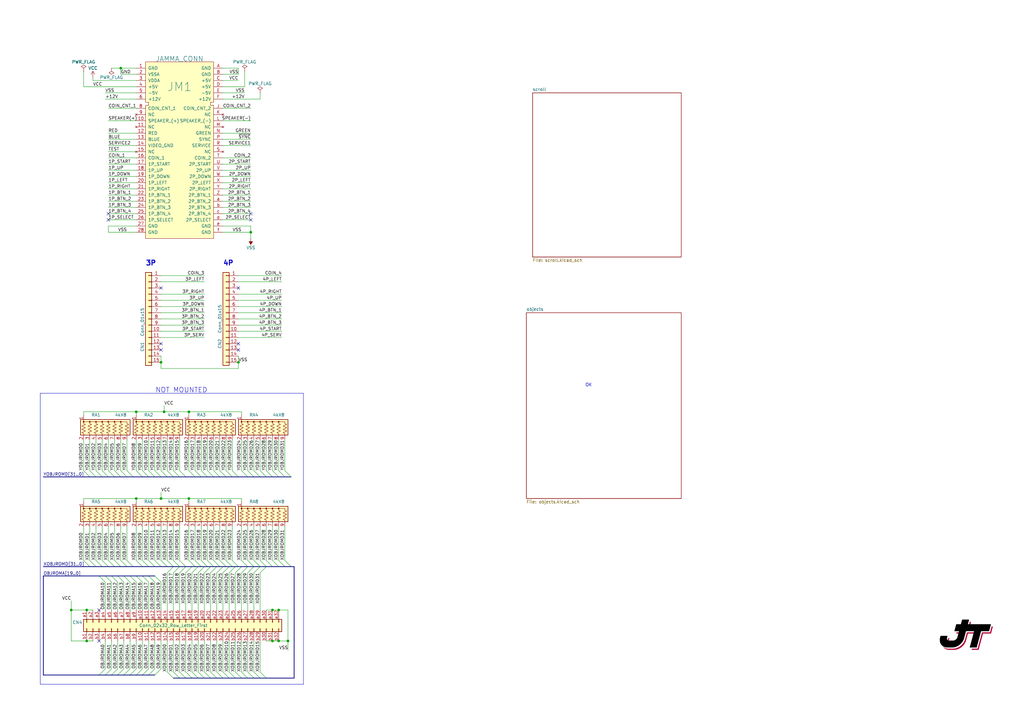
<source format=kicad_sch>
(kicad_sch (version 20230121) (generator eeschema)
  (paper "A3")
  (title_block (title "Vendetta") (date "2023-08-09") (rev "José Tejada G.") (company "KONAMI PWB352292A") (comment 1 "Esperanza Triana") (comment 2 "www.patreon.com/jotego") (comment 3 "JOTEGO"))
  (lib_symbols
    (symbol "Connector_Generic:Conn_01x15" (pin_names (offset 1.016) hide)
      (property "Reference" "J" (at 0 20.32 0))
      (property "Value" "Conn_01x15" (at 0 -20.32 0))
      (symbol "Conn_01x15_1_1"
        (pin passive line (at -5.08 17.78 0) (length 3.81) (name "Pin_1") (number "1"))
        (pin passive line (at -5.08 -5.08 0) (length 3.81) (name "Pin_10") (number "10"))
        (pin passive line (at -5.08 -7.62 0) (length 3.81) (name "Pin_11") (number "11"))
        (pin passive line (at -5.08 -10.16 0) (length 3.81) (name "Pin_12") (number "12"))
        (pin passive line (at -5.08 -12.7 0) (length 3.81) (name "Pin_13") (number "13"))
        (pin passive line (at -5.08 -15.24 0) (length 3.81) (name "Pin_14") (number "14"))
        (pin passive line (at -5.08 -17.78 0) (length 3.81) (name "Pin_15") (number "15"))
        (pin passive line (at -5.08 15.24 0) (length 3.81) (name "Pin_2") (number "2"))
        (pin passive line (at -5.08 12.7 0) (length 3.81) (name "Pin_3") (number "3"))
        (pin passive line (at -5.08 10.16 0) (length 3.81) (name "Pin_4") (number "4"))
        (pin passive line (at -5.08 7.62 0) (length 3.81) (name "Pin_5") (number "5"))
        (pin passive line (at -5.08 5.08 0) (length 3.81) (name "Pin_6") (number "6"))
        (pin passive line (at -5.08 2.54 0) (length 3.81) (name "Pin_7") (number "7"))
        (pin passive line (at -5.08 0 0) (length 3.81) (name "Pin_8") (number "8"))
        (pin passive line (at -5.08 -2.54 0) (length 3.81) (name "Pin_9") (number "9"))
      )
    )
    (symbol "Connector_Generic:Conn_02x32_Row_Letter_First" (pin_names (offset 1.016) hide)
      (property "Reference" "J" (at 1.27 40.64 0))
      (property "Value" "Conn_02x32_Row_Letter_First" (at 1.27 -43.18 0))
      (symbol "Conn_02x32_Row_Letter_First_1_1"
        (pin passive line (at -5.08 38.1 0) (length 3.81) (name "Pin_a1") (number "a1"))
        (pin passive line (at -5.08 15.24 0) (length 3.81) (name "Pin_a10") (number "a10"))
        (pin passive line (at -5.08 12.7 0) (length 3.81) (name "Pin_a11") (number "a11"))
        (pin passive line (at -5.08 10.16 0) (length 3.81) (name "Pin_a12") (number "a12"))
        (pin passive line (at -5.08 7.62 0) (length 3.81) (name "Pin_a13") (number "a13"))
        (pin passive line (at -5.08 5.08 0) (length 3.81) (name "Pin_a14") (number "a14"))
        (pin passive line (at -5.08 2.54 0) (length 3.81) (name "Pin_a15") (number "a15"))
        (pin passive line (at -5.08 0 0) (length 3.81) (name "Pin_a16") (number "a16"))
        (pin passive line (at -5.08 -2.54 0) (length 3.81) (name "Pin_a17") (number "a17"))
        (pin passive line (at -5.08 -5.08 0) (length 3.81) (name "Pin_a18") (number "a18"))
        (pin passive line (at -5.08 -7.62 0) (length 3.81) (name "Pin_a19") (number "a19"))
        (pin passive line (at -5.08 35.56 0) (length 3.81) (name "Pin_a2") (number "a2"))
        (pin passive line (at -5.08 -10.16 0) (length 3.81) (name "Pin_a20") (number "a20"))
        (pin passive line (at -5.08 -12.7 0) (length 3.81) (name "Pin_a21") (number "a21"))
        (pin passive line (at -5.08 -15.24 0) (length 3.81) (name "Pin_a22") (number "a22"))
        (pin passive line (at -5.08 -17.78 0) (length 3.81) (name "Pin_a23") (number "a23"))
        (pin passive line (at -5.08 -20.32 0) (length 3.81) (name "Pin_a24") (number "a24"))
        (pin passive line (at -5.08 -22.86 0) (length 3.81) (name "Pin_a25") (number "a25"))
        (pin passive line (at -5.08 -25.4 0) (length 3.81) (name "Pin_a26") (number "a26"))
        (pin passive line (at -5.08 -27.94 0) (length 3.81) (name "Pin_a27") (number "a27"))
        (pin passive line (at -5.08 -30.48 0) (length 3.81) (name "Pin_a28") (number "a28"))
        (pin passive line (at -5.08 -33.02 0) (length 3.81) (name "Pin_a29") (number "a29"))
        (pin passive line (at -5.08 33.02 0) (length 3.81) (name "Pin_a3") (number "a3"))
        (pin passive line (at -5.08 -35.56 0) (length 3.81) (name "Pin_a30") (number "a30"))
        (pin passive line (at -5.08 -38.1 0) (length 3.81) (name "Pin_a31") (number "a31"))
        (pin passive line (at -5.08 -40.64 0) (length 3.81) (name "Pin_a32") (number "a32"))
        (pin passive line (at -5.08 30.48 0) (length 3.81) (name "Pin_a4") (number "a4"))
        (pin passive line (at -5.08 27.94 0) (length 3.81) (name "Pin_a5") (number "a5"))
        (pin passive line (at -5.08 25.4 0) (length 3.81) (name "Pin_a6") (number "a6"))
        (pin passive line (at -5.08 22.86 0) (length 3.81) (name "Pin_a7") (number "a7"))
        (pin passive line (at -5.08 20.32 0) (length 3.81) (name "Pin_a8") (number "a8"))
        (pin passive line (at -5.08 17.78 0) (length 3.81) (name "Pin_a9") (number "a9"))
        (pin passive line (at 7.62 38.1 180) (length 3.81) (name "Pin_b1") (number "b1"))
        (pin passive line (at 7.62 15.24 180) (length 3.81) (name "Pin_b10") (number "b10"))
        (pin passive line (at 7.62 12.7 180) (length 3.81) (name "Pin_b11") (number "b11"))
        (pin passive line (at 7.62 10.16 180) (length 3.81) (name "Pin_b12") (number "b12"))
        (pin passive line (at 7.62 7.62 180) (length 3.81) (name "Pin_b13") (number "b13"))
        (pin passive line (at 7.62 5.08 180) (length 3.81) (name "Pin_b14") (number "b14"))
        (pin passive line (at 7.62 2.54 180) (length 3.81) (name "Pin_b15") (number "b15"))
        (pin passive line (at 7.62 0 180) (length 3.81) (name "Pin_b16") (number "b16"))
        (pin passive line (at 7.62 -2.54 180) (length 3.81) (name "Pin_b17") (number "b17"))
        (pin passive line (at 7.62 -5.08 180) (length 3.81) (name "Pin_b18") (number "b18"))
        (pin passive line (at 7.62 -7.62 180) (length 3.81) (name "Pin_b19") (number "b19"))
        (pin passive line (at 7.62 35.56 180) (length 3.81) (name "Pin_b2") (number "b2"))
        (pin passive line (at 7.62 -10.16 180) (length 3.81) (name "Pin_b20") (number "b20"))
        (pin passive line (at 7.62 -12.7 180) (length 3.81) (name "Pin_b21") (number "b21"))
        (pin passive line (at 7.62 -15.24 180) (length 3.81) (name "Pin_b22") (number "b22"))
        (pin passive line (at 7.62 -17.78 180) (length 3.81) (name "Pin_b23") (number "b23"))
        (pin passive line (at 7.62 -20.32 180) (length 3.81) (name "Pin_b24") (number "b24"))
        (pin passive line (at 7.62 -22.86 180) (length 3.81) (name "Pin_b25") (number "b25"))
        (pin passive line (at 7.62 -25.4 180) (length 3.81) (name "Pin_b26") (number "b26"))
        (pin passive line (at 7.62 -27.94 180) (length 3.81) (name "Pin_b27") (number "b27"))
        (pin passive line (at 7.62 -30.48 180) (length 3.81) (name "Pin_b28") (number "b28"))
        (pin passive line (at 7.62 -33.02 180) (length 3.81) (name "Pin_b29") (number "b29"))
        (pin passive line (at 7.62 33.02 180) (length 3.81) (name "Pin_b3") (number "b3"))
        (pin passive line (at 7.62 -35.56 180) (length 3.81) (name "Pin_b30") (number "b30"))
        (pin passive line (at 7.62 -38.1 180) (length 3.81) (name "Pin_b31") (number "b31"))
        (pin passive line (at 7.62 -40.64 180) (length 3.81) (name "Pin_b32") (number "b32"))
        (pin passive line (at 7.62 30.48 180) (length 3.81) (name "Pin_b4") (number "b4"))
        (pin passive line (at 7.62 27.94 180) (length 3.81) (name "Pin_b5") (number "b5"))
        (pin passive line (at 7.62 25.4 180) (length 3.81) (name "Pin_b6") (number "b6"))
        (pin passive line (at 7.62 22.86 180) (length 3.81) (name "Pin_b7") (number "b7"))
        (pin passive line (at 7.62 20.32 180) (length 3.81) (name "Pin_b8") (number "b8"))
        (pin passive line (at 7.62 17.78 180) (length 3.81) (name "Pin_b9") (number "b9"))
      )
    )
    (symbol "Device:R_Network08_US" (pin_names (offset 0) hide)
      (property "Reference" "RN" (at -12.7 0 90))
      (property "Value" "R_Network08_US" (at 10.16 0 90))
      (symbol "R_Network08_US_1_1"
        (pin passive line (at -10.16 5.08 270) (length 2.54) (name "common") (number "1"))
        (pin passive line (at -10.16 -5.08 90) (length 1.27) (name "R1") (number "2"))
        (pin passive line (at -7.62 -5.08 90) (length 1.27) (name "R2") (number "3"))
        (pin passive line (at -5.08 -5.08 90) (length 1.27) (name "R3") (number "4"))
        (pin passive line (at -2.54 -5.08 90) (length 1.27) (name "R4") (number "5"))
        (pin passive line (at 0 -5.08 90) (length 1.27) (name "R5") (number "6"))
        (pin passive line (at 2.54 -5.08 90) (length 1.27) (name "R6") (number "7"))
        (pin passive line (at 5.08 -5.08 90) (length 1.27) (name "R7") (number "8"))
        (pin passive line (at 7.62 -5.08 90) (length 1.27) (name "R8") (number "9"))
      )
    )
    (symbol "arcade:JAMMA_CONN" (pin_names (offset 1.016))
      (property "Reference" "U" (at 10.16 -8.89 90))
      (property "Value" "JAMMA_CONN" (at 13.97 -10.16 90))
      (symbol "JAMMA_CONN_1_1"
        (pin passive line (at -3.81 -2.54 0) (length 3.81) (name "GND") (number "1"))
        (pin input line (at -3.81 -24.13 0) (length 3.81) (name "SPEAKER_(+)") (number "10"))
        (pin no_connect line (at -3.81 -26.67 0) (length 3.81) (name "NC") (number "11"))
        (pin input line (at -3.81 -29.21 0) (length 3.81) (name "RED") (number "12"))
        (pin input line (at -3.81 -31.75 0) (length 3.81) (name "BLUE") (number "13"))
        (pin passive line (at -3.81 -34.29 0) (length 3.81) (name "VIDEO_GND") (number "14"))
        (pin no_connect line (at -3.81 -36.83 0) (length 3.81) (name "NC") (number "15"))
        (pin output line (at -3.81 -39.37 0) (length 3.81) (name "COIN_1") (number "16"))
        (pin output line (at -3.81 -41.91 0) (length 3.81) (name "1P_START") (number "17"))
        (pin output line (at -3.81 -44.45 0) (length 3.81) (name "1P_UP") (number "18"))
        (pin output line (at -3.81 -46.99 0) (length 3.81) (name "1P_DOWN") (number "19"))
        (pin passive line (at -3.81 -5.08 0) (length 3.81) (name "VSSA") (number "2"))
        (pin output line (at -3.81 -49.53 0) (length 3.81) (name "1P_LEFT") (number "20"))
        (pin output line (at -3.81 -52.07 0) (length 3.81) (name "1P_RIGHT") (number "21"))
        (pin output line (at -3.81 -54.61 0) (length 3.81) (name "1P_BTN_1") (number "22"))
        (pin output line (at -3.81 -57.15 0) (length 3.81) (name "1P_BTN_2") (number "23"))
        (pin output line (at -3.81 -59.69 0) (length 3.81) (name "1P_BTN_3") (number "24"))
        (pin output line (at -3.81 -62.23 0) (length 3.81) (name "1P_BTN_4") (number "25"))
        (pin output line (at -3.81 -64.77 0) (length 3.81) (name "1P_SELECT") (number "26"))
        (pin passive line (at -3.81 -67.31 0) (length 3.81) (name "GND") (number "27"))
        (pin passive line (at -3.81 -69.85 0) (length 3.81) (name "GND") (number "28"))
        (pin passive line (at -3.81 -7.62 0) (length 3.81) (name "VDDA") (number "3"))
        (pin passive line (at -3.81 -10.16 0) (length 3.81) (name "+5V") (number "4"))
        (pin passive line (at -3.81 -12.7 0) (length 3.81) (name "-5V") (number "5"))
        (pin passive line (at -3.81 -15.24 0) (length 3.81) (name "+12V") (number "6"))
        (pin input line (at -3.81 -19.05 0) (length 3.81) (name "COIN_CNT_1") (number "8"))
        (pin no_connect line (at -3.81 -21.59 0) (length 3.81) (name "NC") (number "9"))
        (pin passive line (at 31.75 -2.54 180) (length 3.81) (name "GND") (number "A"))
        (pin passive line (at 31.75 -5.08 180) (length 3.81) (name "GND") (number "B"))
        (pin passive line (at 31.75 -7.62 180) (length 3.81) (name "+5V") (number "C"))
        (pin passive line (at 31.75 -10.16 180) (length 3.81) (name "+5V") (number "D"))
        (pin passive line (at 31.75 -12.7 180) (length 3.81) (name "-5V") (number "E"))
        (pin passive line (at 31.75 -15.24 180) (length 3.81) (name "+12V") (number "F"))
        (pin input line (at 31.75 -19.05 180) (length 3.81) (name "COIN_CNT_2") (number "J"))
        (pin no_connect line (at 31.75 -21.59 180) (length 3.81) (name "NC") (number "K"))
        (pin input line (at 31.75 -24.13 180) (length 3.81) (name "SPEAKER_(-)") (number "L"))
        (pin no_connect line (at 31.75 -26.67 180) (length 3.81) (name "NC") (number "M"))
        (pin input line (at 31.75 -29.21 180) (length 3.81) (name "GREEN") (number "N"))
        (pin input line (at 31.75 -31.75 180) (length 3.81) (name "SYNC") (number "P"))
        (pin output line (at 31.75 -34.29 180) (length 3.81) (name "SERVICE") (number "R"))
        (pin no_connect line (at 31.75 -36.83 180) (length 3.81) (name "NC") (number "S"))
        (pin output line (at 31.75 -39.37 180) (length 3.81) (name "COIN_2") (number "T"))
        (pin output line (at 31.75 -41.91 180) (length 3.81) (name "2P_START") (number "U"))
        (pin output line (at 31.75 -44.45 180) (length 3.81) (name "2P_UP") (number "V"))
        (pin output line (at 31.75 -46.99 180) (length 3.81) (name "2P_DOWN") (number "W"))
        (pin output line (at 31.75 -49.53 180) (length 3.81) (name "2P_LEFT") (number "X"))
        (pin output line (at 31.75 -52.07 180) (length 3.81) (name "2P_RIGHT") (number "Y"))
        (pin output line (at 31.75 -54.61 180) (length 3.81) (name "2P_BTN_1") (number "Z"))
        (pin output line (at 31.75 -57.15 180) (length 3.81) (name "2P_BTN_2") (number "a"))
        (pin output line (at 31.75 -59.69 180) (length 3.81) (name "2P_BTN_3") (number "b"))
        (pin output line (at 31.75 -62.23 180) (length 3.81) (name "2P_BTN_4") (number "c"))
        (pin output line (at 31.75 -64.77 180) (length 3.81) (name "2P_SELECT") (number "d"))
        (pin passive line (at 31.75 -67.31 180) (length 3.81) (name "GND") (number "e"))
        (pin passive line (at 31.75 -69.85 180) (length 3.81) (name "GND") (number "f"))
      )
    )
    (symbol "power:PWR_FLAG" (power) (pin_numbers hide) (pin_names (offset 0) hide)
      (property "Value" "PWR_FLAG" (at 0 3.81 0))
      (symbol "PWR_FLAG_0_0"
        (pin power_out line (at 0 0 90) (length 0) (name "pwr") (number "1"))
      )
    )
    (symbol "power:VCC" (power) (pin_names (offset 0))
      (property "Value" "VCC" (at 0 3.81 0))
      (symbol "VCC_1_1"
        (pin power_in line (at 0 0 90) (length 0) hide (name "VCC") (number "1"))
      )
    )
    (symbol "power:VSS" (power) (pin_names (offset 0))
      (property "Value" "VSS" (at 0 3.81 0))
      (symbol "VSS_1_1"
        (pin power_in line (at 0 0 90) (length 0) hide (name "VSS") (number "1"))
      )
    )
  )
  (junction (at 35.56 262.89))
  (junction (at 118.11 262.89))
  (junction (at 111.76 262.89))
  (junction (at 55.88 168.91))
  (junction (at 29.21 250.19))
  (junction (at 114.3 250.19))
  (junction (at 49.53 27.94))
  (junction (at 111.76 250.19))
  (junction (at 77.47 204.47))
  (junction (at 67.31 168.91))
  (junction (at 55.88 204.47))
  (junction (at 66.04 204.47))
  (junction (at 114.3 262.89))
  (junction (at 77.47 168.91))
  (junction (at 97.79 148.59))
  (junction (at 102.87 95.25))
  (junction (at 35.56 250.19))
  (junction (at 66.04 148.59))
  (no_connect (at 40.64 262.89))
  (no_connect (at 97.79 118.11))
  (no_connect (at 102.87 90.17))
  (no_connect (at 66.04 118.11))
  (no_connect (at 44.45 90.17))
  (no_connect (at 66.04 140.97))
  (no_connect (at 40.64 250.19))
  (no_connect (at 66.04 143.51))
  (no_connect (at 102.87 87.63))
  (no_connect (at 97.79 140.97))
  (no_connect (at 97.79 143.51))
  (no_connect (at 44.45 87.63))
  (bus_entry (at 73.66 234.95) (size 2.54 -2.54))
  (bus_entry (at 109.22 193.04) (size 2.54 2.54))
  (bus_entry (at 77.47 193.04) (size 2.54 2.54))
  (bus_entry (at 90.17 193.04) (size 2.54 2.54))
  (bus_entry (at 73.66 275.59) (size 2.54 2.54))
  (bus_entry (at 78.74 234.95) (size 2.54 -2.54))
  (bus_entry (at 81.28 275.59) (size 2.54 2.54))
  (bus_entry (at 82.55 229.87) (size 2.54 2.54))
  (bus_entry (at 68.58 234.95) (size 2.54 -2.54))
  (bus_entry (at 48.26 276.86) (size 2.54 -2.54))
  (bus_entry (at 58.42 193.04) (size 2.54 2.54))
  (bus_entry (at 63.5 276.86) (size 2.54 -2.54))
  (bus_entry (at 80.01 193.04) (size 2.54 2.54))
  (bus_entry (at 91.44 275.59) (size 2.54 2.54))
  (bus_entry (at 40.64 276.86) (size 2.54 -2.54))
  (bus_entry (at 85.09 229.87) (size 2.54 2.54))
  (bus_entry (at 101.6 193.04) (size 2.54 2.54))
  (bus_entry (at 53.34 236.22) (size 2.54 2.54))
  (bus_entry (at 96.52 275.59) (size 2.54 2.54))
  (bus_entry (at 63.5 193.04) (size 2.54 2.54))
  (bus_entry (at 104.14 234.95) (size 2.54 -2.54))
  (bus_entry (at 63.5 229.87) (size 2.54 2.54))
  (bus_entry (at 43.18 236.22) (size 2.54 2.54))
  (bus_entry (at 104.14 229.87) (size 2.54 2.54))
  (bus_entry (at 68.58 193.04) (size 2.54 2.54))
  (bus_entry (at 106.68 234.95) (size 2.54 -2.54))
  (bus_entry (at 52.07 193.04) (size 2.54 2.54))
  (bus_entry (at 82.55 193.04) (size 2.54 2.54))
  (bus_entry (at 60.96 236.22) (size 2.54 2.54))
  (bus_entry (at 45.72 276.86) (size 2.54 -2.54))
  (bus_entry (at 71.12 234.95) (size 2.54 -2.54))
  (bus_entry (at 60.96 229.87) (size 2.54 2.54))
  (bus_entry (at 44.45 193.04) (size 2.54 2.54))
  (bus_entry (at 85.09 193.04) (size 2.54 2.54))
  (bus_entry (at 55.88 276.86) (size 2.54 -2.54))
  (bus_entry (at 60.96 193.04) (size 2.54 2.54))
  (bus_entry (at 83.82 234.95) (size 2.54 -2.54))
  (bus_entry (at 104.14 275.59) (size 2.54 2.54))
  (bus_entry (at 93.98 275.59) (size 2.54 2.54))
  (bus_entry (at 55.88 229.87) (size 2.54 2.54))
  (bus_entry (at 49.53 193.04) (size 2.54 2.54))
  (bus_entry (at 116.84 229.87) (size 2.54 2.54))
  (bus_entry (at 36.83 193.04) (size 2.54 2.54))
  (bus_entry (at 114.3 229.87) (size 2.54 2.54))
  (bus_entry (at 46.99 193.04) (size 2.54 2.54))
  (bus_entry (at 34.29 193.04) (size 2.54 2.54))
  (bus_entry (at 109.22 229.87) (size 2.54 2.54))
  (bus_entry (at 86.36 275.59) (size 2.54 2.54))
  (bus_entry (at 101.6 234.95) (size 2.54 -2.54))
  (bus_entry (at 104.14 193.04) (size 2.54 2.54))
  (bus_entry (at 71.12 275.59) (size 2.54 2.54))
  (bus_entry (at 77.47 229.87) (size 2.54 2.54))
  (bus_entry (at 73.66 229.87) (size 2.54 2.54))
  (bus_entry (at 58.42 229.87) (size 2.54 2.54))
  (bus_entry (at 92.71 193.04) (size 2.54 2.54))
  (bus_entry (at 83.82 275.59) (size 2.54 2.54))
  (bus_entry (at 81.28 234.95) (size 2.54 -2.54))
  (bus_entry (at 52.07 229.87) (size 2.54 2.54))
  (bus_entry (at 53.34 276.86) (size 2.54 -2.54))
  (bus_entry (at 36.83 229.87) (size 2.54 2.54))
  (bus_entry (at 87.63 193.04) (size 2.54 2.54))
  (bus_entry (at 78.74 275.59) (size 2.54 2.54))
  (bus_entry (at 92.71 229.87) (size 2.54 2.54))
  (bus_entry (at 71.12 229.87) (size 2.54 2.54))
  (bus_entry (at 106.68 229.87) (size 2.54 2.54))
  (bus_entry (at 58.42 236.22) (size 2.54 2.54))
  (bus_entry (at 101.6 229.87) (size 2.54 2.54))
  (bus_entry (at 101.6 275.59) (size 2.54 2.54))
  (bus_entry (at 46.99 229.87) (size 2.54 2.54))
  (bus_entry (at 87.63 229.87) (size 2.54 2.54))
  (bus_entry (at 66.04 229.87) (size 2.54 2.54))
  (bus_entry (at 106.68 275.59) (size 2.54 2.54))
  (bus_entry (at 63.5 236.22) (size 2.54 2.54))
  (bus_entry (at 39.37 193.04) (size 2.54 2.54))
  (bus_entry (at 50.8 276.86) (size 2.54 -2.54))
  (bus_entry (at 76.2 234.95) (size 2.54 -2.54))
  (bus_entry (at 50.8 236.22) (size 2.54 2.54))
  (bus_entry (at 45.72 236.22) (size 2.54 2.54))
  (bus_entry (at 43.18 276.86) (size 2.54 -2.54))
  (bus_entry (at 60.96 276.86) (size 2.54 -2.54))
  (bus_entry (at 55.88 193.04) (size 2.54 2.54))
  (bus_entry (at 34.29 229.87) (size 2.54 2.54))
  (bus_entry (at 106.68 193.04) (size 2.54 2.54))
  (bus_entry (at 55.88 236.22) (size 2.54 2.54))
  (bus_entry (at 95.25 229.87) (size 2.54 2.54))
  (bus_entry (at 99.06 234.95) (size 2.54 -2.54))
  (bus_entry (at 68.58 229.87) (size 2.54 2.54))
  (bus_entry (at 111.76 229.87) (size 2.54 2.54))
  (bus_entry (at 40.64 236.22) (size 2.54 2.54))
  (bus_entry (at 73.66 193.04) (size 2.54 2.54))
  (bus_entry (at 99.06 193.04) (size 2.54 2.54))
  (bus_entry (at 90.17 229.87) (size 2.54 2.54))
  (bus_entry (at 99.06 229.87) (size 2.54 2.54))
  (bus_entry (at 58.42 276.86) (size 2.54 -2.54))
  (bus_entry (at 111.76 193.04) (size 2.54 2.54))
  (bus_entry (at 88.9 234.95) (size 2.54 -2.54))
  (bus_entry (at 48.26 236.22) (size 2.54 2.54))
  (bus_entry (at 93.98 234.95) (size 2.54 -2.54))
  (bus_entry (at 71.12 193.04) (size 2.54 2.54))
  (bus_entry (at 68.58 275.59) (size 2.54 2.54))
  (bus_entry (at 96.52 234.95) (size 2.54 -2.54))
  (bus_entry (at 86.36 234.95) (size 2.54 -2.54))
  (bus_entry (at 95.25 193.04) (size 2.54 2.54))
  (bus_entry (at 91.44 234.95) (size 2.54 -2.54))
  (bus_entry (at 44.45 229.87) (size 2.54 2.54))
  (bus_entry (at 41.91 229.87) (size 2.54 2.54))
  (bus_entry (at 41.91 193.04) (size 2.54 2.54))
  (bus_entry (at 99.06 275.59) (size 2.54 2.54))
  (bus_entry (at 88.9 275.59) (size 2.54 2.54))
  (bus_entry (at 66.04 193.04) (size 2.54 2.54))
  (bus_entry (at 39.37 229.87) (size 2.54 2.54))
  (bus_entry (at 80.01 229.87) (size 2.54 2.54))
  (bus_entry (at 114.3 193.04) (size 2.54 2.54))
  (bus_entry (at 116.84 193.04) (size 2.54 2.54))
  (bus_entry (at 49.53 229.87) (size 2.54 2.54))
  (bus_entry (at 76.2 275.59) (size 2.54 2.54))
  (wire (pts (xy 97.79 146.05) (xy 97.79 148.59)))
  (wire (pts (xy 99.06 215.9) (xy 99.06 229.87)))
  (wire (pts (xy 91.44 57.15) (xy 102.87 57.15)))
  (wire (pts (xy 66.04 135.89) (xy 83.82 135.89)))
  (wire (pts (xy 41.91 180.34) (xy 41.91 193.04)))
  (bus (pts (xy 104.14 232.41) (xy 106.68 232.41)))
  (wire (pts (xy 99.06 262.89) (xy 99.06 275.59)))
  (bus (pts (xy 87.63 232.41) (xy 88.9 232.41)))
  (wire (pts (xy 60.96 274.32) (xy 60.96 262.89)))
  (wire (pts (xy 90.17 180.34) (xy 90.17 193.04)))
  (wire (pts (xy 81.28 250.19) (xy 81.28 234.95)))
  (wire (pts (xy 88.9 262.89) (xy 88.9 275.59)))
  (wire (pts (xy 97.79 151.13) (xy 97.79 148.59)))
  (wire (pts (xy 78.74 262.89) (xy 78.74 275.59)))
  (bus (pts (xy 83.82 232.41) (xy 85.09 232.41)))
  (bus (pts (xy 86.36 232.41) (xy 87.63 232.41)))
  (wire (pts (xy 49.53 180.34) (xy 49.53 193.04)))
  (bus (pts (xy 83.82 278.13) (xy 86.36 278.13)))
  (wire (pts (xy 101.6 215.9) (xy 101.6 229.87)))
  (wire (pts (xy 86.36 250.19) (xy 86.36 234.95)))
  (wire (pts (xy 49.53 27.94) (xy 45.72 27.94)))
  (wire (pts (xy 34.29 204.47) (xy 34.29 205.74)))
  (bus (pts (xy 88.9 278.13) (xy 91.44 278.13)))
  (wire (pts (xy 68.58 250.19) (xy 68.58 234.95)))
  (bus (pts (xy 53.34 236.22) (xy 50.8 236.22)))
  (wire (pts (xy 52.07 180.34) (xy 52.07 193.04)))
  (wire (pts (xy 85.09 180.34) (xy 85.09 193.04)))
  (wire (pts (xy 116.84 180.34) (xy 116.84 193.04)))
  (polyline (pts (xy 16.51 275.59) (xy 16.51 280.67)))
  (wire (pts (xy 73.66 215.9) (xy 73.66 229.87)))
  (bus (pts (xy 46.99 232.41) (xy 49.53 232.41)))
  (wire (pts (xy 41.91 215.9) (xy 41.91 229.87)))
  (bus (pts (xy 49.53 232.41) (xy 52.07 232.41)))
  (wire (pts (xy 44.45 57.15) (xy 55.88 57.15)))
  (wire (pts (xy 96.52 262.89) (xy 96.52 275.59)))
  (wire (pts (xy 114.3 262.89) (xy 111.76 262.89)))
  (bus (pts (xy 92.71 232.41) (xy 93.98 232.41)))
  (polyline (pts (xy 24.13 280.67) (xy 124.46 280.67)))
  (bus (pts (xy 80.01 232.41) (xy 81.28 232.41)))
  (wire (pts (xy 67.31 168.91) (xy 55.88 168.91)))
  (wire (pts (xy 46.99 180.34) (xy 46.99 193.04)))
  (bus (pts (xy 39.37 195.58) (xy 41.91 195.58)))
  (wire (pts (xy 91.44 250.19) (xy 91.44 234.95)))
  (bus (pts (xy 76.2 278.13) (xy 78.74 278.13)))
  (wire (pts (xy 55.88 204.47) (xy 55.88 205.74)))
  (wire (pts (xy 49.53 27.94) (xy 49.53 30.48)))
  (wire (pts (xy 97.79 135.89) (xy 115.57 135.89)))
  (bus (pts (xy 17.78 195.58) (xy 36.83 195.58)))
  (wire (pts (xy 29.21 246.38) (xy 29.21 250.19)))
  (wire (pts (xy 97.79 113.03) (xy 115.57 113.03)))
  (wire (pts (xy 91.44 90.17) (xy 102.87 90.17)))
  (wire (pts (xy 55.88 180.34) (xy 55.88 193.04)))
  (wire (pts (xy 91.44 40.64) (xy 106.68 40.64)))
  (wire (pts (xy 115.57 128.27) (xy 97.79 128.27)))
  (wire (pts (xy 91.44 64.77) (xy 102.87 64.77)))
  (wire (pts (xy 66.04 113.03) (xy 83.82 113.03)))
  (bus (pts (xy 120.65 232.41) (xy 120.65 278.13)))
  (bus (pts (xy 41.91 232.41) (xy 44.45 232.41)))
  (wire (pts (xy 90.17 215.9) (xy 90.17 229.87)))
  (wire (pts (xy 91.44 262.89) (xy 91.44 275.59)))
  (wire (pts (xy 44.45 49.53) (xy 55.88 49.53)))
  (bus (pts (xy 82.55 232.41) (xy 83.82 232.41)))
  (wire (pts (xy 29.21 250.19) (xy 29.21 262.89)))
  (bus (pts (xy 55.88 276.86) (xy 58.42 276.86)))
  (bus (pts (xy 68.58 195.58) (xy 71.12 195.58)))
  (wire (pts (xy 66.04 204.47) (xy 55.88 204.47)))
  (wire (pts (xy 50.8 238.76) (xy 50.8 250.19)))
  (wire (pts (xy 38.1 250.19) (xy 35.56 250.19)))
  (wire (pts (xy 106.68 262.89) (xy 106.68 275.59)))
  (bus (pts (xy 44.45 232.41) (xy 46.99 232.41)))
  (wire (pts (xy 91.44 92.71) (xy 102.87 92.71)))
  (wire (pts (xy 91.44 49.53) (xy 102.87 49.53)))
  (wire (pts (xy 39.37 180.34) (xy 39.37 193.04)))
  (wire (pts (xy 63.5 238.76) (xy 63.5 250.19)))
  (wire (pts (xy 52.07 215.9) (xy 52.07 229.87)))
  (wire (pts (xy 44.45 215.9) (xy 44.45 229.87)))
  (wire (pts (xy 97.79 138.43) (xy 115.57 138.43)))
  (wire (pts (xy 109.22 250.19) (xy 111.76 250.19)))
  (bus (pts (xy 91.44 278.13) (xy 93.98 278.13)))
  (wire (pts (xy 96.52 250.19) (xy 96.52 234.95)))
  (bus (pts (xy 36.83 195.58) (xy 39.37 195.58)))
  (bus (pts (xy 71.12 278.13) (xy 73.66 278.13)))
  (wire (pts (xy 111.76 180.34) (xy 111.76 193.04)))
  (wire (pts (xy 44.45 85.09) (xy 55.88 85.09)))
  (wire (pts (xy 97.79 33.02) (xy 91.44 33.02)))
  (wire (pts (xy 44.45 59.69) (xy 55.88 59.69)))
  (wire (pts (xy 97.79 125.73) (xy 115.57 125.73)))
  (wire (pts (xy 91.44 67.31) (xy 102.87 67.31)))
  (bus (pts (xy 76.2 232.41) (xy 78.74 232.41)))
  (bus (pts (xy 111.76 195.58) (xy 114.3 195.58)))
  (wire (pts (xy 58.42 238.76) (xy 58.42 250.19)))
  (bus (pts (xy 58.42 236.22) (xy 55.88 236.22)))
  (wire (pts (xy 66.04 201.93) (xy 66.04 204.47)))
  (wire (pts (xy 91.44 85.09) (xy 102.87 85.09)))
  (bus (pts (xy 88.9 232.41) (xy 90.17 232.41)))
  (bus (pts (xy 39.37 232.41) (xy 41.91 232.41)))
  (wire (pts (xy 95.25 215.9) (xy 95.25 229.87)))
  (wire (pts (xy 45.72 274.32) (xy 45.72 262.89)))
  (bus (pts (xy 116.84 195.58) (xy 119.38 195.58)))
  (wire (pts (xy 91.44 27.94) (xy 97.79 27.94)))
  (wire (pts (xy 104.14 215.9) (xy 104.14 229.87)))
  (wire (pts (xy 77.47 204.47) (xy 66.04 204.47)))
  (bus (pts (xy 81.28 278.13) (xy 83.82 278.13)))
  (bus (pts (xy 60.96 236.22) (xy 63.5 236.22)))
  (bus (pts (xy 106.68 232.41) (xy 109.22 232.41)))
  (wire (pts (xy 66.04 238.76) (xy 66.04 250.19)))
  (wire (pts (xy 44.45 77.47) (xy 55.88 77.47)))
  (wire (pts (xy 116.84 229.87) (xy 116.84 215.9)))
  (bus (pts (xy 114.3 195.58) (xy 116.84 195.58)))
  (bus (pts (xy 114.3 232.41) (xy 116.84 232.41)))
  (bus (pts (xy 104.14 195.58) (xy 106.68 195.58)))
  (wire (pts (xy 77.47 204.47) (xy 77.47 205.74)))
  (bus (pts (xy 54.61 232.41) (xy 58.42 232.41)))
  (wire (pts (xy 95.25 180.34) (xy 95.25 193.04)))
  (bus (pts (xy 109.22 232.41) (xy 111.76 232.41)))
  (wire (pts (xy 97.79 123.19) (xy 115.57 123.19)))
  (wire (pts (xy 106.68 215.9) (xy 106.68 229.87)))
  (bus (pts (xy 87.63 195.58) (xy 90.17 195.58)))
  (wire (pts (xy 99.06 204.47) (xy 77.47 204.47)))
  (wire (pts (xy 66.04 151.13) (xy 97.79 151.13)))
  (bus (pts (xy 41.91 195.58) (xy 44.45 195.58)))
  (wire (pts (xy 91.44 72.39) (xy 102.87 72.39)))
  (wire (pts (xy 66.04 274.32) (xy 66.04 262.89)))
  (bus (pts (xy 55.88 236.22) (xy 53.34 236.22)))
  (bus (pts (xy 93.98 278.13) (xy 96.52 278.13)))
  (wire (pts (xy 55.88 215.9) (xy 55.88 229.87)))
  (bus (pts (xy 85.09 195.58) (xy 87.63 195.58)))
  (wire (pts (xy 63.5 274.32) (xy 63.5 262.89)))
  (wire (pts (xy 73.66 262.89) (xy 73.66 275.59)))
  (bus (pts (xy 48.26 236.22) (xy 45.72 236.22)))
  (bus (pts (xy 66.04 195.58) (xy 68.58 195.58)))
  (wire (pts (xy 83.82 115.57) (xy 66.04 115.57)))
  (wire (pts (xy 106.68 38.1) (xy 106.68 40.64)))
  (polyline (pts (xy 124.46 280.67) (xy 124.46 161.29)))
  (bus (pts (xy 85.09 232.41) (xy 86.36 232.41)))
  (bus (pts (xy 58.42 236.22) (xy 60.96 236.22)))
  (wire (pts (xy 49.53 215.9) (xy 49.53 229.87)))
  (wire (pts (xy 34.29 29.21) (xy 34.29 35.56)))
  (wire (pts (xy 46.99 215.9) (xy 46.99 229.87)))
  (wire (pts (xy 115.57 120.65) (xy 97.79 120.65)))
  (bus (pts (xy 43.18 276.86) (xy 45.72 276.86)))
  (wire (pts (xy 71.12 262.89) (xy 71.12 275.59)))
  (wire (pts (xy 111.76 262.89) (xy 109.22 262.89)))
  (wire (pts (xy 111.76 250.19) (xy 114.3 250.19)))
  (wire (pts (xy 114.3 229.87) (xy 114.3 215.9)))
  (wire (pts (xy 83.82 120.65) (xy 66.04 120.65)))
  (wire (pts (xy 91.44 44.45) (xy 102.87 44.45)))
  (wire (pts (xy 66.04 125.73) (xy 83.82 125.73)))
  (wire (pts (xy 68.58 262.89) (xy 68.58 275.59)))
  (bus (pts (xy 81.28 232.41) (xy 82.55 232.41)))
  (bus (pts (xy 50.8 236.22) (xy 48.26 236.22)))
  (bus (pts (xy 95.25 232.41) (xy 96.52 232.41)))
  (wire (pts (xy 82.55 229.87) (xy 82.55 215.9)))
  (wire (pts (xy 44.45 67.31) (xy 55.88 67.31)))
  (wire (pts (xy 91.44 35.56) (xy 100.33 35.56)))
  (wire (pts (xy 83.82 250.19) (xy 83.82 234.95)))
  (wire (pts (xy 44.45 87.63) (xy 55.88 87.63)))
  (bus (pts (xy 97.79 232.41) (xy 99.06 232.41)))
  (wire (pts (xy 76.2 262.89) (xy 76.2 275.59)))
  (wire (pts (xy 66.04 146.05) (xy 66.04 148.59)))
  (wire (pts (xy 55.88 168.91) (xy 34.29 168.91)))
  (wire (pts (xy 99.06 250.19) (xy 99.06 234.95)))
  (wire (pts (xy 88.9 250.19) (xy 88.9 234.95)))
  (wire (pts (xy 35.56 262.89) (xy 38.1 262.89)))
  (bus (pts (xy 119.38 232.41) (xy 120.65 232.41)))
  (wire (pts (xy 55.88 204.47) (xy 34.29 204.47)))
  (wire (pts (xy 44.45 180.34) (xy 44.45 193.04)))
  (wire (pts (xy 99.06 168.91) (xy 99.06 170.18)))
  (wire (pts (xy 118.11 262.89) (xy 114.3 262.89)))
  (wire (pts (xy 55.88 274.32) (xy 55.88 262.89)))
  (wire (pts (xy 115.57 133.35) (xy 97.79 133.35)))
  (wire (pts (xy 91.44 59.69) (xy 102.87 59.69)))
  (wire (pts (xy 93.98 250.19) (xy 93.98 234.95)))
  (bus (pts (xy 73.66 195.58) (xy 76.2 195.58)))
  (wire (pts (xy 106.68 180.34) (xy 106.68 193.04)))
  (bus (pts (xy 101.6 232.41) (xy 104.14 232.41)))
  (wire (pts (xy 118.11 250.19) (xy 118.11 262.89)))
  (bus (pts (xy 93.98 232.41) (xy 95.25 232.41)))
  (wire (pts (xy 44.45 80.01) (xy 55.88 80.01)))
  (wire (pts (xy 91.44 95.25) (xy 102.87 95.25)))
  (wire (pts (xy 71.12 215.9) (xy 71.12 229.87)))
  (wire (pts (xy 83.82 133.35) (xy 66.04 133.35)))
  (wire (pts (xy 92.71 180.34) (xy 92.71 193.04)))
  (wire (pts (xy 53.34 274.32) (xy 53.34 262.89)))
  (wire (pts (xy 102.87 95.25) (xy 102.87 97.79)))
  (wire (pts (xy 109.22 180.34) (xy 109.22 193.04)))
  (wire (pts (xy 83.82 128.27) (xy 66.04 128.27)))
  (bus (pts (xy 40.64 276.86) (xy 43.18 276.86)))
  (bus (pts (xy 116.84 232.41) (xy 119.38 232.41)))
  (bus (pts (xy 78.74 278.13) (xy 81.28 278.13)))
  (wire (pts (xy 44.45 95.25) (xy 55.88 95.25)))
  (wire (pts (xy 80.01 229.87) (xy 80.01 215.9)))
  (bus (pts (xy 68.58 232.41) (xy 71.12 232.41)))
  (bus (pts (xy 60.96 195.58) (xy 63.5 195.58)))
  (bus (pts (xy 52.07 232.41) (xy 54.61 232.41)))
  (wire (pts (xy 71.12 180.34) (xy 71.12 193.04)))
  (wire (pts (xy 44.45 72.39) (xy 55.88 72.39)))
  (wire (pts (xy 34.29 215.9) (xy 34.29 229.87)))
  (wire (pts (xy 63.5 215.9) (xy 63.5 229.87)))
  (wire (pts (xy 91.44 69.85) (xy 102.87 69.85)))
  (wire (pts (xy 100.33 29.21) (xy 100.33 35.56)))
  (wire (pts (xy 36.83 215.9) (xy 36.83 229.87)))
  (wire (pts (xy 44.45 69.85) (xy 55.88 69.85)))
  (bus (pts (xy 45.72 236.22) (xy 43.18 236.22)))
  (bus (pts (xy 73.66 232.41) (xy 76.2 232.41)))
  (wire (pts (xy 101.6 180.34) (xy 101.6 193.04)))
  (wire (pts (xy 104.14 180.34) (xy 104.14 193.04)))
  (wire (pts (xy 55.88 168.91) (xy 55.88 170.18)))
  (wire (pts (xy 87.63 180.34) (xy 87.63 193.04)))
  (bus (pts (xy 50.8 276.86) (xy 53.34 276.86)))
  (wire (pts (xy 66.04 148.59) (xy 66.04 151.13)))
  (bus (pts (xy 73.66 278.13) (xy 76.2 278.13)))
  (wire (pts (xy 44.45 64.77) (xy 55.88 64.77)))
  (wire (pts (xy 91.44 38.1) (xy 100.33 38.1)))
  (wire (pts (xy 35.56 250.19) (xy 29.21 250.19)))
  (wire (pts (xy 91.44 82.55) (xy 102.87 82.55)))
  (polyline (pts (xy 16.51 280.67) (xy 17.78 280.67)))
  (bus (pts (xy 58.42 232.41) (xy 60.96 232.41)))
  (wire (pts (xy 82.55 180.34) (xy 82.55 193.04)))
  (bus (pts (xy 90.17 195.58) (xy 92.71 195.58)))
  (wire (pts (xy 48.26 238.76) (xy 48.26 250.19)))
  (wire (pts (xy 99.06 180.34) (xy 99.06 193.04)))
  (bus (pts (xy 104.14 278.13) (xy 106.68 278.13)))
  (wire (pts (xy 109.22 215.9) (xy 109.22 229.87)))
  (wire (pts (xy 83.82 130.81) (xy 66.04 130.81)))
  (wire (pts (xy 104.14 234.95) (xy 104.14 250.19)))
  (polyline (pts (xy 17.78 280.67) (xy 24.13 280.67)))
  (bus (pts (xy 44.45 195.58) (xy 46.99 195.58)))
  (wire (pts (xy 50.8 274.32) (xy 50.8 262.89)))
  (wire (pts (xy 118.11 266.7) (xy 118.11 262.89)))
  (wire (pts (xy 111.76 229.87) (xy 111.76 215.9)))
  (bus (pts (xy 58.42 195.58) (xy 60.96 195.58)))
  (bus (pts (xy 109.22 195.58) (xy 111.76 195.58)))
  (wire (pts (xy 49.53 30.48) (xy 55.88 30.48)))
  (wire (pts (xy 102.87 92.71) (xy 102.87 95.25)))
  (bus (pts (xy 109.22 278.13) (xy 120.65 278.13)))
  (wire (pts (xy 115.57 130.81) (xy 97.79 130.81)))
  (wire (pts (xy 34.29 35.56) (xy 55.88 35.56)))
  (wire (pts (xy 66.04 123.19) (xy 83.82 123.19)))
  (wire (pts (xy 43.18 238.76) (xy 43.18 250.19)))
  (bus (pts (xy 66.04 232.41) (xy 68.58 232.41)))
  (wire (pts (xy 67.31 166.37) (xy 67.31 168.91)))
  (wire (pts (xy 53.34 238.76) (xy 53.34 250.19)))
  (bus (pts (xy 99.06 278.13) (xy 101.6 278.13)))
  (bus (pts (xy 40.64 236.22) (xy 17.78 236.22)))
  (wire (pts (xy 44.45 92.71) (xy 44.45 95.25)))
  (bus (pts (xy 63.5 232.41) (xy 66.04 232.41)))
  (wire (pts (xy 73.66 180.34) (xy 73.66 193.04)))
  (bus (pts (xy 90.17 232.41) (xy 91.44 232.41)))
  (bus (pts (xy 43.18 236.22) (xy 40.64 236.22)))
  (wire (pts (xy 58.42 180.34) (xy 58.42 193.04)))
  (wire (pts (xy 71.12 234.95) (xy 71.12 250.19)))
  (bus (pts (xy 60.96 276.86) (xy 63.5 276.86)))
  (bus (pts (xy 106.68 278.13) (xy 109.22 278.13)))
  (wire (pts (xy 91.44 87.63) (xy 102.87 87.63)))
  (wire (pts (xy 77.47 180.34) (xy 77.47 193.04)))
  (bus (pts (xy 101.6 195.58) (xy 104.14 195.58)))
  (bus (pts (xy 52.07 195.58) (xy 54.61 195.58)))
  (wire (pts (xy 63.5 180.34) (xy 63.5 193.04)))
  (bus (pts (xy 36.83 232.41) (xy 39.37 232.41)))
  (wire (pts (xy 39.37 215.9) (xy 39.37 229.87)))
  (wire (pts (xy 66.04 138.43) (xy 83.82 138.43)))
  (wire (pts (xy 66.04 215.9) (xy 66.04 229.87)))
  (bus (pts (xy 58.42 276.86) (xy 60.96 276.86)))
  (bus (pts (xy 96.52 278.13) (xy 99.06 278.13)))
  (wire (pts (xy 43.18 38.1) (xy 55.88 38.1)))
  (wire (pts (xy 91.44 30.48) (xy 97.79 30.48)))
  (wire (pts (xy 114.3 250.19) (xy 118.11 250.19)))
  (wire (pts (xy 101.6 234.95) (xy 101.6 250.19)))
  (bus (pts (xy 71.12 232.41) (xy 73.66 232.41)))
  (wire (pts (xy 45.72 238.76) (xy 45.72 250.19)))
  (bus (pts (xy 76.2 195.58) (xy 80.01 195.58)))
  (wire (pts (xy 92.71 215.9) (xy 92.71 229.87)))
  (wire (pts (xy 76.2 250.19) (xy 76.2 234.95)))
  (bus (pts (xy 91.44 232.41) (xy 92.71 232.41)))
  (bus (pts (xy 92.71 195.58) (xy 95.25 195.58)))
  (wire (pts (xy 114.3 180.34) (xy 114.3 193.04)))
  (wire (pts (xy 106.68 234.95) (xy 106.68 250.19)))
  (bus (pts (xy 53.34 276.86) (xy 55.88 276.86)))
  (wire (pts (xy 34.29 168.91) (xy 34.29 170.18)))
  (bus (pts (xy 95.25 195.58) (xy 97.79 195.58)))
  (wire (pts (xy 43.18 274.32) (xy 43.18 262.89)))
  (bus (pts (xy 36.83 232.41) (xy 17.78 232.41)))
  (bus (pts (xy 101.6 278.13) (xy 104.14 278.13)))
  (wire (pts (xy 78.74 250.19) (xy 78.74 234.95)))
  (bus (pts (xy 97.79 195.58) (xy 101.6 195.58)))
  (wire (pts (xy 81.28 262.89) (xy 81.28 275.59)))
  (wire (pts (xy 60.96 215.9) (xy 60.96 229.87)))
  (wire (pts (xy 91.44 74.93) (xy 102.87 74.93)))
  (wire (pts (xy 60.96 180.34) (xy 60.96 193.04)))
  (wire (pts (xy 91.44 54.61) (xy 102.87 54.61)))
  (bus (pts (xy 106.68 195.58) (xy 109.22 195.58)))
  (bus (pts (xy 96.52 232.41) (xy 97.79 232.41)))
  (wire (pts (xy 48.26 274.32) (xy 48.26 262.89)))
  (bus (pts (xy 111.76 232.41) (xy 114.3 232.41)))
  (wire (pts (xy 115.57 115.57) (xy 97.79 115.57)))
  (wire (pts (xy 58.42 274.32) (xy 58.42 262.89)))
  (wire (pts (xy 83.82 262.89) (xy 83.82 275.59)))
  (bus (pts (xy 80.01 195.58) (xy 82.55 195.58)))
  (bus (pts (xy 71.12 195.58) (xy 73.66 195.58)))
  (wire (pts (xy 68.58 215.9) (xy 68.58 229.87)))
  (bus (pts (xy 46.99 195.58) (xy 49.53 195.58)))
  (wire (pts (xy 99.06 204.47) (xy 99.06 205.74)))
  (wire (pts (xy 36.83 180.34) (xy 36.83 193.04)))
  (wire (pts (xy 68.58 180.34) (xy 68.58 193.04)))
  (wire (pts (xy 97.79 27.94) (xy 97.79 30.48)))
  (wire (pts (xy 91.44 80.01) (xy 102.87 80.01)))
  (wire (pts (xy 104.14 262.89) (xy 104.14 275.59)))
  (wire (pts (xy 58.42 215.9) (xy 58.42 229.87)))
  (wire (pts (xy 38.1 31.75) (xy 38.1 33.02)))
  (wire (pts (xy 44.45 90.17) (xy 55.88 90.17)))
  (wire (pts (xy 44.45 82.55) (xy 55.88 82.55)))
  (wire (pts (xy 91.44 77.47) (xy 102.87 77.47)))
  (wire (pts (xy 38.1 33.02) (xy 55.88 33.02)))
  (bus (pts (xy 60.96 232.41) (xy 63.5 232.41)))
  (wire (pts (xy 87.63 215.9) (xy 87.63 229.87)))
  (bus (pts (xy 45.72 276.86) (xy 48.26 276.86)))
  (wire (pts (xy 44.45 44.45) (xy 55.88 44.45)))
  (wire (pts (xy 66.04 180.34) (xy 66.04 193.04)))
  (bus (pts (xy 86.36 278.13) (xy 88.9 278.13)))
  (bus (pts (xy 63.5 195.58) (xy 66.04 195.58)))
  (wire (pts (xy 80.01 180.34) (xy 80.01 193.04)))
  (wire (pts (xy 77.47 168.91) (xy 77.47 170.18)))
  (bus (pts (xy 17.78 236.22) (xy 17.78 276.86)))
  (wire (pts (xy 86.36 262.89) (xy 86.36 275.59)))
  (wire (pts (xy 77.47 215.9) (xy 77.47 229.87)))
  (wire (pts (xy 44.45 54.61) (xy 55.88 54.61)))
  (wire (pts (xy 60.96 238.76) (xy 60.96 250.19)))
  (bus (pts (xy 48.26 276.86) (xy 50.8 276.86)))
  (bus (pts (xy 82.55 195.58) (xy 85.09 195.58)))
  (bus (pts (xy 54.61 195.58) (xy 58.42 195.58)))
  (wire (pts (xy 77.47 168.91) (xy 67.31 168.91)))
  (wire (pts (xy 73.66 234.95) (xy 73.66 250.19)))
  (polyline (pts (xy 16.51 161.29) (xy 16.51 275.59)))
  (wire (pts (xy 93.98 262.89) (xy 93.98 275.59)))
  (wire (pts (xy 55.88 62.23) (xy 44.45 62.23)))
  (wire (pts (xy 99.06 168.91) (xy 77.47 168.91)))
  (wire (pts (xy 55.88 238.76) (xy 55.88 250.19)))
  (bus (pts (xy 49.53 195.58) (xy 52.07 195.58)))
  (bus (pts (xy 78.74 232.41) (xy 80.01 232.41)))
  (wire (pts (xy 44.45 92.71) (xy 55.88 92.71)))
  (polyline (pts (xy 124.46 161.29) (xy 16.51 161.29)))
  (bus (pts (xy 17.78 276.86) (xy 40.64 276.86)))
  (bus (pts (xy 99.06 232.41) (xy 101.6 232.41)))
  (wire (pts (xy 34.29 180.34) (xy 34.29 193.04)))
  (wire (pts (xy 44.45 74.93) (xy 55.88 74.93)))
  (wire (pts (xy 85.09 215.9) (xy 85.09 229.87)))
  (wire (pts (xy 43.18 40.64) (xy 55.88 40.64)))
  (wire (pts (xy 101.6 262.89) (xy 101.6 275.59)))
  (wire (pts (xy 29.21 262.89) (xy 35.56 262.89)))
  (wire (pts (xy 49.53 27.94) (xy 55.88 27.94)))
  (image (at 396.24 260.35) (scale 0.373179))
  (text "4P" (at 91.44 109.22 0) (effects (font (size 2 2) (thickness 0.4) bold) (justify left bottom)))
  (text "NOT MOUNTED" (at 85.09 161.29 0) (effects (font (size 2 2)) (justify right bottom)))
  (text "3P" (at 59.69 109.22 0) (effects (font (size 2 2) (thickness 0.4) bold) (justify left bottom)))
  (text "OK\n" (at 240.03 158.75 0) (effects (font (size 1.27 1.27)) (justify left bottom)))
  (label "OBJROMA16" (at 58.42 238.76 270))
  (label "OBJROMA5" (at 55.88 274.32 90))
  (label "XOBJROMD26" (at 104.14 229.87 90))
  (label "COIN_2" (at 102.87 64.77 180))
  (label "XOBJROMD29" (at 111.76 229.87 90))
  (label "OBJROMA11" (at 45.72 238.76 270))
  (label "OBJROMA6" (at 58.42 274.32 90))
  (label "XOBJROMD18" (at 73.66 234.95 270))
  (label "XOBJROMD15" (at 73.66 229.87 90))
  (label "OBJROMA13" (at 50.8 238.76 270))
  (label "OBJROMA17" (at 60.96 238.76 270))
  (label "VSS" (at 97.79 30.48 180))
  (label "YOBJROMD9" (at 58.42 193.04 90))
  (label "4P_RIGHT" (at 115.57 120.65 180))
  (label "SPEAKER(-)" (at 102.87 49.53 180))
  (label "YOBJROMD28" (at 109.22 193.04 90))
  (label "OBJROMA9" (at 66.04 274.32 90))
  (label "XOBJROMD17" (at 71.12 234.95 270))
  (label "RED" (at 44.45 54.61 0))
  (label "OBJROMA[19..0]" (at 17.78 236.22 0))
  (label "1P_BTN_1" (at 44.45 80.01 0))
  (label "XOBJROMD1" (at 71.12 275.59 90))
  (label "YOBJROMD31" (at 116.84 193.04 90))
  (label "XOBJROMD30" (at 104.14 234.95 270))
  (label "XOBJROMD23" (at 86.36 234.95 270))
  (label "XOBJROMD19" (at 76.2 234.95 270))
  (label "YOBJROMD16" (at 77.47 193.04 90))
  (label "YOBJROMD25" (at 101.6 193.04 90))
  (label "4P_LEFT" (at 115.57 115.57 180))
  (label "COIN_1" (at 44.45 64.77 0))
  (label "XOBJROMD22" (at 83.82 234.95 270))
  (label "XOBJROMD7" (at 52.07 229.87 90))
  (label "YOBJROMD13" (at 68.58 193.04 90))
  (label "4P_UP" (at 115.57 123.19 180))
  (label "XOBJROMD2" (at 39.37 229.87 90))
  (label "YOBJROMD3" (at 41.91 193.04 90))
  (label "XOBJROMD10" (at 60.96 229.87 90))
  (label "1P_BTN_3" (at 44.45 85.09 0))
  (label "OBJROMA19" (at 66.04 238.76 270))
  (label "2P_BTN_4" (at 102.87 87.63 180))
  (label "1P_SELECT" (at 44.45 90.17 0))
  (label "XOBJROMD7" (at 86.36 275.59 90))
  (label "YOBJROMD7" (at 52.07 193.04 90))
  (label "3P_UP" (at 83.82 123.19 180))
  (label "YOBJROMD11" (at 63.5 193.04 90))
  (label "3P_RIGHT" (at 83.82 120.65 180))
  (label "XOBJROMD11" (at 96.52 275.59 90))
  (label "OBJROMA1" (at 45.72 274.32 90))
  (label "VSS" (at 97.79 148.59 0))
  (label "XOBJROMD16" (at 68.58 234.95 270))
  (label "XOBJROMD27" (at 96.52 234.95 270))
  (label "2P_UP" (at 102.87 69.85 180))
  (label "1P_BTN_2" (at 44.45 82.55 0))
  (label "XOBJROMD4" (at 78.74 275.59 90))
  (label "XOBJROMD16" (at 77.47 229.87 90))
  (label "1P_BTN_4" (at 44.45 87.63 0))
  (label "XOBJROMD2" (at 73.66 275.59 90))
  (label "XOBJROMD11" (at 63.5 229.87 90))
  (label "OBJROMA3" (at 50.8 274.32 90))
  (label "XOBJROMD24" (at 88.9 234.95 270))
  (label "OBJROMA7" (at 60.96 274.32 90))
  (label "YOBJROMD30" (at 114.3 193.04 90))
  (label "VCC" (at 29.21 246.38 180))
  (label "3P_START" (at 83.82 135.89 180))
  (label "XOBJROMD6" (at 49.53 229.87 90))
  (label "XOBJROMD10" (at 93.98 275.59 90))
  (label "SERVICE2" (at 44.45 59.69 0))
  (label "OBJROMA8" (at 63.5 274.32 90))
  (label "1P_RIGHT" (at 44.45 77.47 0))
  (label "GND" (at 49.53 30.48 0))
  (label "XOBJROMD24" (at 99.06 229.87 90))
  (label "OBJROMA15" (at 55.88 238.76 270))
  (label "YOBJROMD24" (at 99.06 193.04 90))
  (label "1P_START" (at 44.45 67.31 0))
  (label "+12V" (at 100.33 40.64 180))
  (label "YOBJROMD8" (at 55.88 193.04 90))
  (label "3P_SERV" (at 83.82 138.43 180))
  (label "YOBJROMD10" (at 60.96 193.04 90))
  (label "3P_LEFT" (at 83.82 115.57 180))
  (label "XOBJROMD0" (at 34.29 229.87 90))
  (label "1P_DOWN" (at 44.45 72.39 0))
  (label "2P_START" (at 102.87 67.31 180))
  (label "XOBJROMD30" (at 114.3 229.87 90))
  (label "OBJROMA14" (at 53.34 238.76 270))
  (label "VSS" (at 52.07 95.25 180))
  (label "YOBJROMD12" (at 66.04 193.04 90))
  (label "2P_BTN_3" (at 102.87 85.09 180))
  (label "XOBJROMD6" (at 83.82 275.59 90))
  (label "4P_BTN_2" (at 115.57 130.81 180))
  (label "YOBJROMD19" (at 85.09 193.04 90))
  (label "XOBJROMD26" (at 93.98 234.95 270))
  (label "XOBJROMD9" (at 91.44 275.59 90))
  (label "YOBJROMD23" (at 95.25 193.04 90))
  (label "XOBJROMD31" (at 116.84 229.87 90))
  (label "1P_UP" (at 44.45 69.85 0))
  (label "XOBJROMD8" (at 88.9 275.59 90))
  (label "XOBJROMD8" (at 55.88 229.87 90))
  (label "1P_LEFT" (at 44.45 74.93 0))
  (label "XOBJROMD13" (at 68.58 229.87 90))
  (label "XOBJROMD28" (at 109.22 229.87 90))
  (label "YOBJROMD2" (at 39.37 193.04 90))
  (label "+12V" (at 43.18 40.64 0))
  (label "YOBJROMD27" (at 106.68 193.04 90))
  (label "XOBJROMD20" (at 87.63 229.87 90))
  (label "SERVICE1" (at 102.87 59.69 180))
  (label "YOBJROMD4" (at 44.45 193.04 90))
  (label "YOBJROMD14" (at 71.12 193.04 90))
  (label "XOBJROMD15" (at 106.68 275.59 90))
  (label "XOBJROMD12" (at 66.04 229.87 90))
  (label "VSS" (at 118.11 266.7 180))
  (label "XOBJROMD27" (at 106.68 229.87 90))
  (label "XOBJROMD23" (at 95.25 229.87 90))
  (label "XOBJROMD4" (at 44.45 229.87 90))
  (label "3P_DOWN" (at 83.82 125.73 180))
  (label "YOBJROMD21" (at 90.17 193.04 90))
  (label "COIN_4" (at 115.57 113.03 180))
  (label "XOBJROMD25" (at 91.44 234.95 270))
  (label "4P_BTN_1" (at 115.57 128.27 180))
  (label "XOBJROMD17" (at 80.01 229.87 90))
  (label "3P_BTN_1" (at 83.82 128.27 180))
  (label "XOBJROMD22" (at 92.71 229.87 90))
  (label "VCC" (at 67.31 166.37 0))
  (label "3P_BTN_3" (at 83.82 133.35 180))
  (label "VSS" (at 43.18 38.1 0))
  (label "YOBJROMD29" (at 111.76 193.04 90))
  (label "XOBJROMD28" (at 99.06 234.95 270))
  (label "YOBJROMD5" (at 46.99 193.04 90))
  (label "2P_LEFT" (at 102.87 74.93 180))
  (label "BLUE" (at 44.45 57.15 0))
  (label "2P_RIGHT" (at 102.87 77.47 180))
  (label "TEST" (at 44.45 62.23 0))
  (label "OBJROMA12" (at 48.26 238.76 270))
  (label "4P_BTN_3" (at 115.57 133.35 180))
  (label "XOBJROMD5" (at 46.99 229.87 90))
  (label "YOBJROMD6" (at 49.53 193.04 90))
  (label "XOBJROMD21" (at 90.17 229.87 90))
  (label "XOBJROMD5" (at 81.28 275.59 90))
  (label "XOBJROMD19" (at 85.09 229.87 90))
  (label "VCC" (at 38.1 35.56 0))
  (label "2P_SELECT" (at 102.87 90.17 180))
  (label "XOBJROMD20" (at 78.74 234.95 270))
  (label "VCC" (at 66.04 201.93 0))
  (label "OBJROMA10" (at 43.18 238.76 270))
  (label "XOBJROMD21" (at 81.28 234.95 270))
  (label "3P_BTN_2" (at 83.82 130.81 180))
  (label "YOBJROMD20" (at 87.63 193.04 90))
  (label "2P_DOWN" (at 102.87 72.39 180))
  (label "OBJROMA0" (at 43.18 274.32 90))
  (label "COIN_CNT_1" (at 44.45 44.45 0))
  (label "XOBJROMD0" (at 68.58 275.59 90))
  (label "YOBJROMD26" (at 104.14 193.04 90))
  (label "XOBJROMD18" (at 82.55 229.87 90))
  (label "VCC" (at 97.79 33.02 180))
  (label "XOBJROMD12" (at 99.06 275.59 90))
  (label "SPEAKER(+)" (at 44.45 49.53 0))
  (label "2P_BTN_2" (at 102.87 82.55 180))
  (label "XOBJROMD14" (at 104.14 275.59 90))
  (label "YOBJROMD[31..0]" (at 17.78 195.58 0))
  (label "4P_START" (at 115.57 135.89 180))
  (label "YOBJROMD18" (at 82.55 193.04 90))
  (label "COIN_3" (at 83.82 113.03 180))
  (label "4P_SERV" (at 115.57 138.43 180))
  (label "XOBJROMD31" (at 106.68 234.95 270))
  (label "4P_DOWN" (at 115.57 125.73 180))
  (label "XOBJROMD29" (at 101.6 234.95 270))
  (label "XOBJROMD13" (at 101.6 275.59 90))
  (label "XOBJROMD3" (at 76.2 275.59 90))
  (label "YOBJROMD0" (at 34.29 193.04 90))
  (label "OBJROMA18" (at 63.5 238.76 270))
  (label "YOBJROMD1" (at 36.83 193.04 90))
  (label "XOBJROMD1" (at 36.83 229.87 90))
  (label "GREEN" (at 102.87 54.61 180))
  (label "XOBJROMD25" (at 101.6 229.87 90))
  (label "COIN_CNT_2" (at 102.87 44.45 180))
  (label "YOBJROMD15" (at 73.66 193.04 90))
  (label "XOBJROMD14" (at 71.12 229.87 90))
  (label "YOBJROMD22" (at 92.71 193.04 90))
  (label "OBJROMA2" (at 48.26 274.32 90))
  (label "YOBJROMD17" (at 80.01 193.04 90))
  (label "OBJROMA4" (at 53.34 274.32 90))
  (label "XOBJROMD9" (at 58.42 229.87 90))
  (label "XOBJROMD3" (at 41.91 229.87 90))
  (label "VSS" (at 99.06 95.25 180))
  (label "XOBJROMD[31..0]" (at 17.78 232.41 0))
  (label "~{SYNC}" (at 102.87 57.15 180))
  (label "2P_BTN_1" (at 102.87 80.01 180))
  (label "VSS" (at 100.33 38.1 180))
  (symbol (lib_id "power:PWR_FLAG") (at 106.68 38.1 0) (unit 1)
    (property "Reference" "#FLG?" (effects hide))
    (property "Value" "PWR_FLAG" (at 106.68 34.29 0))
  )
  (symbol (lib_id "Device:R_Network08_US") (at 66.04 210.82 0) (unit 1)
    (property "Reference" "RA6" (at 60.96 205.74 0))
    (property "Value" "4kX8" (at 71.12 205.74 0))
    (property "Footprint" "Resistor_THT:R_Array_SIP9" (effects hide))
    (property "Datasheet" "http://www.vishay.com/docs/31509/csc.pdf" (effects hide))
  )
  (symbol (lib_id "Connector_Generic:Conn_01x15") (at 60.96 130.81 0) (mirror y) (unit 1)
    (property "Reference" "CN1" (at 58.42 142.24 90))
    (property "Value" "Conn_01x15" (at 58.42 132.08 90))
  )
  (symbol (lib_id "Device:R_Network08_US") (at 44.45 210.82 0) (unit 1)
    (property "Reference" "RA5" (at 39.37 205.74 0))
    (property "Value" "4kX8" (at 49.53 205.74 0))
    (property "Footprint" "Resistor_THT:R_Array_SIP9" (effects hide))
    (property "Datasheet" "http://www.vishay.com/docs/31509/csc.pdf" (effects hide))
  )
  (symbol (lib_id "Device:R_Network08_US") (at 87.63 175.26 0) (unit 1)
    (property "Reference" "RA3" (at 82.55 170.18 0))
    (property "Value" "4kX8" (at 92.71 170.18 0))
    (property "Footprint" "Resistor_THT:R_Array_SIP9" (effects hide))
    (property "Datasheet" "http://www.vishay.com/docs/31509/csc.pdf" (effects hide))
  )
  (symbol (lib_id "power:PWR_FLAG") (at 100.33 29.21 0) (unit 1)
    (property "Reference" "#FLG?" (effects hide))
    (property "Value" "PWR_FLAG" (at 100.33 25.4 0))
  )
  (symbol (lib_id "power:VCC") (at 38.1 31.75 0) (unit 1)
    (property "Reference" "#PWR?" (effects hide))
    (property "Value" "VCC" (at 38.1 27.94 0))
  )
  (symbol (lib_id "Device:R_Network08_US") (at 109.22 175.26 0) (unit 1)
    (property "Reference" "RA4" (at 104.14 170.18 0))
    (property "Value" "4kX8" (at 114.3 170.18 0))
    (property "Footprint" "Resistor_THT:R_Array_SIP9" (effects hide))
    (property "Datasheet" "http://www.vishay.com/docs/31509/csc.pdf" (effects hide))
  )
  (symbol (lib_id "Connector_Generic:Conn_02x32_Row_Letter_First") (at 73.66 255.27 90) (mirror x) (unit 1)
    (property "Reference" "CN4" (at 31.75 255.27 90))
    (property "Value" "Conn_02x32_Row_Letter_First" (at 71.12 256.54 90))
  )
  (symbol (lib_id "power:VSS") (at 102.87 97.79 180) (unit 1)
    (property "Reference" "#PWR?" (effects hide))
    (property "Value" "VSS" (at 102.87 101.6 0))
  )
  (symbol (lib_id "power:PWR_FLAG") (at 34.29 29.21 0) (unit 1)
    (property "Reference" "#FLG?" (effects hide))
    (property "Value" "PWR_FLAG" (at 34.29 25.4 0))
  )
  (symbol (lib_id "Device:R_Network08_US") (at 109.22 210.82 0) (unit 1)
    (property "Reference" "RA8" (at 104.14 205.74 0))
    (property "Value" "4kX8" (at 114.3 205.74 0))
    (property "Footprint" "Resistor_THT:R_Array_SIP9" (effects hide))
    (property "Datasheet" "http://www.vishay.com/docs/31509/csc.pdf" (effects hide))
  )
  (symbol (lib_id "Device:R_Network08_US") (at 66.04 175.26 0) (unit 1)
    (property "Reference" "RA2" (at 60.96 170.18 0))
    (property "Value" "4kX8" (at 71.12 170.18 0))
    (property "Footprint" "Resistor_THT:R_Array_SIP9" (effects hide))
    (property "Datasheet" "http://www.vishay.com/docs/31509/csc.pdf" (effects hide))
  )
  (symbol (lib_id "Connector_Generic:Conn_01x15") (at 92.71 130.81 0) (mirror y) (unit 1)
    (property "Reference" "CN2" (at 90.17 140.97 90))
    (property "Value" "Conn_01x15" (at 90.17 130.81 90))
  )
  (symbol (lib_id "power:PWR_FLAG") (at 45.72 27.94 180) (unit 1)
    (property "Reference" "#FLG?" (effects hide))
    (property "Value" "PWR_FLAG" (at 45.72 31.75 0))
  )
  (symbol (lib_id "Device:R_Network08_US") (at 87.63 210.82 0) (unit 1)
    (property "Reference" "RA7" (at 82.55 205.74 0))
    (property "Value" "4kX8" (at 92.71 205.74 0))
    (property "Footprint" "Resistor_THT:R_Array_SIP9" (effects hide))
    (property "Datasheet" "http://www.vishay.com/docs/31509/csc.pdf" (effects hide))
  )
  (symbol (lib_id "Device:R_Network08_US") (at 44.45 175.26 0) (unit 1)
    (property "Reference" "RA1" (at 39.37 170.18 0))
    (property "Value" "4kX8" (at 49.53 170.18 0))
    (property "Footprint" "Resistor_THT:R_Array_SIP9" (effects hide))
    (property "Datasheet" "http://www.vishay.com/docs/31509/csc.pdf" (effects hide))
  )
  (symbol (lib_id "arcade:JAMMA_CONN") (at 59.69 25.4 0) (unit 1)
    (property "Reference" "JM1" (at 73.66 35.56 0) (effects (font (size 3.5052 3.5052))))
    (property "Value" "JAMMA_CONN" (at 73.66 24.13 0) (effects (font (size 2.0066 2.0066))))
  )
  (sheet (at 218.44 38.1) (size 60.96 67.31) (stroke (width 0.1524))
    (property "Sheetname" "scroll" (at 218.44 37.3884 0) (effects (justify left bottom)))
    (property "Sheetfile" "scroll.kicad_sch" (at 218.44 105.9946 0) (effects (justify left top)))
  )
  (sheet (at 215.9 128.27) (size 63.5 76.2) (stroke (width 0.1524))
    (property "Sheetname" "objects" (at 215.9 127.5584 0) (effects (justify left bottom)))
    (property "Sheetfile" "objects.kicad_sch" (at 215.9 205.0546 0) (effects (justify left top)))
  )
)
</source>
